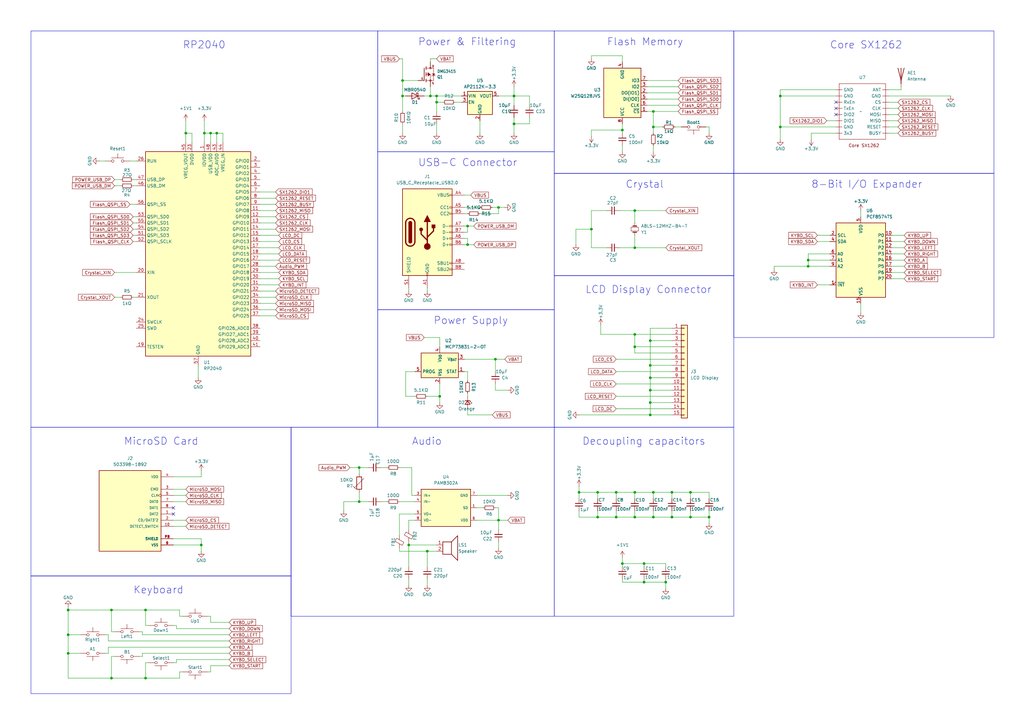
<source format=kicad_sch>
(kicad_sch (version 20230121) (generator eeschema)
  (paper "A3")
  (title_block (title "GameTiger Console") (date "2023-07-29") (comment 1 "http://www.technoblogy.com/show?3U75") (comment 2 "https://cdn.shopify.com/s/files/1/0174/1800/files/picosystem_schematic.pdf") (comment 3 "https://datasheets.raspberrypi.com/rp2040/hardware-design-with-rp2040.pdf") (comment 4 "Reference:"))
  (junction (at 267.97 45.72))
  (junction (at 255.27 231.14))
  (junction (at 76.2 54.61))
  (junction (at 165.1 33.02))
  (junction (at 83.82 54.61))
  (junction (at 210.82 39.37))
  (junction (at 147.32 191.77))
  (junction (at 260.35 212.09))
  (junction (at 267.97 201.93))
  (junction (at 260.35 101.6))
  (junction (at 86.36 54.61))
  (junction (at 242.57 93.98))
  (junction (at 175.26 226.06))
  (junction (at 180.34 162.56))
  (junction (at 59.69 250.19))
  (junction (at 245.11 201.93))
  (junction (at 176.53 39.37))
  (junction (at 88.9 54.61))
  (junction (at 331.47 109.22))
  (junction (at 267.97 212.09))
  (junction (at 260.35 137.16))
  (junction (at 320.04 39.37))
  (junction (at 165.1 39.37))
  (junction (at 290.83 212.09))
  (junction (at 264.16 231.14))
  (junction (at 264.16 238.76))
  (junction (at 260.35 201.93))
  (junction (at 179.07 41.91))
  (junction (at 237.49 201.93))
  (junction (at 273.05 238.76))
  (junction (at 266.7 139.7))
  (junction (at 204.47 213.36))
  (junction (at 210.82 50.8))
  (junction (at 275.59 212.09))
  (junction (at 260.35 86.36))
  (junction (at 331.47 106.68))
  (junction (at 147.32 205.74))
  (junction (at 167.64 223.52))
  (junction (at 283.21 201.93))
  (junction (at 59.69 278.13))
  (junction (at 260.35 142.24))
  (junction (at 266.7 160.02))
  (junction (at 266.7 170.18))
  (junction (at 27.94 260.35))
  (junction (at 27.94 250.19))
  (junction (at 255.27 53.34))
  (junction (at 267.97 52.07))
  (junction (at 266.7 154.94))
  (junction (at 45.72 250.19))
  (junction (at 275.59 201.93))
  (junction (at 27.94 267.97))
  (junction (at 191.77 92.71))
  (junction (at 320.04 52.07))
  (junction (at 266.7 165.1))
  (junction (at 191.77 100.33))
  (junction (at 252.73 212.09))
  (junction (at 82.55 223.52))
  (junction (at 283.21 212.09))
  (junction (at 204.47 85.09))
  (junction (at 252.73 201.93))
  (junction (at 179.07 39.37))
  (junction (at 45.72 278.13))
  (junction (at 203.2 147.32))
  (junction (at 266.7 149.86))
  (junction (at 245.11 212.09))
  (no_connect (at 71.12 208.28))
  (no_connect (at 342.9 44.45))
  (no_connect (at 342.9 41.91))
  (no_connect (at 71.12 210.82))
  (no_connect (at 342.9 46.99))
  (wire (pts (xy 283.21 209.55) (xy 283.21 212.09)))
  (wire (pts (xy 365.76 114.3) (xy 370.84 114.3)))
  (wire (pts (xy 242.57 86.36) (xy 248.92 86.36)))
  (wire (pts (xy 27.94 250.19) (xy 27.94 260.35)))
  (wire (pts (xy 210.82 50.8) (xy 217.17 50.8)))
  (wire (pts (xy 27.94 267.97) (xy 27.94 278.13)))
  (wire (pts (xy 203.2 208.28) (xy 204.47 208.28)))
  (wire (pts (xy 242.57 101.6) (xy 248.92 101.6)))
  (wire (pts (xy 260.35 201.93) (xy 267.97 201.93)))
  (wire (pts (xy 83.82 49.53) (xy 83.82 54.61)))
  (wire (pts (xy 163.83 210.82) (xy 163.83 219.71)))
  (wire (pts (xy 58.42 259.08) (xy 58.42 260.35)))
  (wire (pts (xy 365.76 109.22) (xy 370.84 109.22)))
  (wire (pts (xy 106.68 91.44) (xy 113.03 91.44)))
  (wire (pts (xy 260.35 144.78) (xy 260.35 142.24)))
  (wire (pts (xy 179.07 41.91) (xy 181.61 41.91)))
  (wire (pts (xy 275.59 212.09) (xy 283.21 212.09)))
  (wire (pts (xy 266.7 134.62) (xy 266.7 139.7)))
  (wire (pts (xy 171.45 33.02) (xy 165.1 33.02)))
  (wire (pts (xy 106.68 101.6) (xy 114.3 101.6)))
  (wire (pts (xy 81.28 149.86) (xy 81.28 154.94)))
  (wire (pts (xy 290.83 201.93) (xy 290.83 204.47)))
  (wire (pts (xy 58.42 269.24) (xy 58.42 267.97)))
  (wire (pts (xy 275.59 209.55) (xy 275.59 212.09)))
  (wire (pts (xy 255.27 59.69) (xy 255.27 62.23)))
  (wire (pts (xy 176.53 35.56) (xy 176.53 39.37)))
  (wire (pts (xy 201.93 170.18) (xy 191.77 170.18)))
  (wire (pts (xy 85.09 252.73) (xy 86.36 252.73)))
  (wire (pts (xy 82.55 223.52) (xy 82.55 226.06)))
  (wire (pts (xy 82.55 193.04) (xy 82.55 195.58)))
  (wire (pts (xy 71.12 220.98) (xy 82.55 220.98)))
  (wire (pts (xy 106.68 93.98) (xy 113.03 93.98)))
  (wire (pts (xy 173.99 39.37) (xy 176.53 39.37)))
  (wire (pts (xy 246.38 133.35) (xy 246.38 137.16)))
  (wire (pts (xy 86.36 54.61) (xy 88.9 54.61)))
  (wire (pts (xy 252.73 201.93) (xy 260.35 201.93)))
  (wire (pts (xy 88.9 54.61) (xy 88.9 58.42)))
  (wire (pts (xy 246.38 137.16) (xy 260.35 137.16)))
  (wire (pts (xy 147.32 191.77) (xy 151.13 191.77)))
  (wire (pts (xy 175.26 162.56) (xy 180.34 162.56)))
  (wire (pts (xy 255.27 22.86) (xy 255.27 25.4)))
  (wire (pts (xy 335.28 99.06) (xy 340.36 99.06)))
  (wire (pts (xy 254 101.6) (xy 260.35 101.6)))
  (wire (pts (xy 255.27 238.76) (xy 264.16 238.76)))
  (wire (pts (xy 255.27 53.34) (xy 255.27 54.61)))
  (wire (pts (xy 54.61 93.98) (xy 55.88 93.98)))
  (wire (pts (xy 237.49 204.47) (xy 237.49 201.93)))
  (wire (pts (xy 237.49 201.93) (xy 245.11 201.93)))
  (wire (pts (xy 156.21 205.74) (xy 158.75 205.74)))
  (wire (pts (xy 210.82 39.37) (xy 210.82 43.18)))
  (wire (pts (xy 369.57 36.83) (xy 364.49 36.83)))
  (wire (pts (xy 33.02 267.97) (xy 27.94 267.97)))
  (wire (pts (xy 320.04 36.83) (xy 320.04 39.37)))
  (wire (pts (xy 265.43 38.1) (xy 278.13 38.1)))
  (wire (pts (xy 267.97 52.07) (xy 267.97 54.61)))
  (wire (pts (xy 203.2 160.02) (xy 203.2 157.48)))
  (wire (pts (xy 242.57 22.86) (xy 255.27 22.86)))
  (wire (pts (xy 59.69 271.78) (xy 59.69 278.13)))
  (wire (pts (xy 54.61 73.66) (xy 55.88 73.66)))
  (wire (pts (xy 365.76 99.06) (xy 370.84 99.06)))
  (wire (pts (xy 190.5 85.09) (xy 196.85 85.09)))
  (wire (pts (xy 252.73 152.4) (xy 275.59 152.4)))
  (wire (pts (xy 204.47 213.36) (xy 204.47 217.17)))
  (wire (pts (xy 260.35 212.09) (xy 267.97 212.09)))
  (wire (pts (xy 53.34 83.82) (xy 55.88 83.82)))
  (wire (pts (xy 255.27 50.8) (xy 255.27 53.34)))
  (wire (pts (xy 186.69 41.91) (xy 189.23 41.91)))
  (wire (pts (xy 339.09 49.53) (xy 342.9 49.53)))
  (wire (pts (xy 190.5 152.4) (xy 191.77 152.4)))
  (wire (pts (xy 266.7 149.86) (xy 266.7 154.94)))
  (wire (pts (xy 179.07 24.13) (xy 176.53 24.13)))
  (wire (pts (xy 27.94 260.35) (xy 27.94 267.97)))
  (wire (pts (xy 82.55 220.98) (xy 82.55 223.52)))
  (wire (pts (xy 191.77 170.18) (xy 191.77 167.64)))
  (wire (pts (xy 283.21 201.93) (xy 290.83 201.93)))
  (wire (pts (xy 86.36 252.73) (xy 86.36 255.27)))
  (wire (pts (xy 276.86 52.07) (xy 279.4 52.07)))
  (wire (pts (xy 190.5 147.32) (xy 203.2 147.32)))
  (wire (pts (xy 266.7 139.7) (xy 266.7 149.86)))
  (wire (pts (xy 260.35 86.36) (xy 273.05 86.36)))
  (wire (pts (xy 290.83 209.55) (xy 290.83 212.09)))
  (wire (pts (xy 156.21 191.77) (xy 158.75 191.77)))
  (wire (pts (xy 58.42 260.35) (xy 93.98 260.35)))
  (wire (pts (xy 265.43 40.64) (xy 278.13 40.64)))
  (wire (pts (xy 190.5 100.33) (xy 191.77 100.33)))
  (wire (pts (xy 255.27 228.6) (xy 255.27 231.14)))
  (wire (pts (xy 71.12 271.78) (xy 72.39 271.78)))
  (wire (pts (xy 242.57 93.98) (xy 242.57 101.6)))
  (wire (pts (xy 364.49 46.99) (xy 368.3 46.99)))
  (wire (pts (xy 85.09 275.59) (xy 86.36 275.59)))
  (wire (pts (xy 260.35 101.6) (xy 273.05 101.6)))
  (wire (pts (xy 255.27 231.14) (xy 264.16 231.14)))
  (wire (pts (xy 320.04 52.07) (xy 320.04 57.15)))
  (wire (pts (xy 76.2 49.53) (xy 76.2 54.61)))
  (wire (pts (xy 106.68 88.9) (xy 113.03 88.9)))
  (wire (pts (xy 208.28 160.02) (xy 203.2 160.02)))
  (wire (pts (xy 167.64 213.36) (xy 167.64 217.17)))
  (wire (pts (xy 275.59 201.93) (xy 283.21 201.93)))
  (wire (pts (xy 283.21 201.93) (xy 283.21 204.47)))
  (wire (pts (xy 166.37 162.56) (xy 166.37 152.4)))
  (wire (pts (xy 175.26 237.49) (xy 175.26 240.03)))
  (wire (pts (xy 369.57 35.56) (xy 369.57 36.83)))
  (wire (pts (xy 266.7 170.18) (xy 275.59 170.18)))
  (wire (pts (xy 273.05 231.14) (xy 273.05 232.41)))
  (wire (pts (xy 163.83 205.74) (xy 170.18 205.74)))
  (wire (pts (xy 204.47 222.25) (xy 204.47 224.79)))
  (wire (pts (xy 106.68 129.54) (xy 113.03 129.54)))
  (wire (pts (xy 71.12 213.36) (xy 76.2 213.36)))
  (wire (pts (xy 54.61 121.92) (xy 55.88 121.92)))
  (wire (pts (xy 245.11 209.55) (xy 245.11 212.09)))
  (wire (pts (xy 54.61 99.06) (xy 55.88 99.06)))
  (wire (pts (xy 165.1 39.37) (xy 166.37 39.37)))
  (wire (pts (xy 260.35 137.16) (xy 260.35 142.24)))
  (wire (pts (xy 165.1 33.02) (xy 165.1 39.37)))
  (wire (pts (xy 73.66 275.59) (xy 74.93 275.59)))
  (wire (pts (xy 176.53 39.37) (xy 179.07 39.37)))
  (wire (pts (xy 88.9 54.61) (xy 91.44 54.61)))
  (wire (pts (xy 317.5 109.22) (xy 317.5 110.49)))
  (wire (pts (xy 195.58 203.2) (xy 208.28 203.2)))
  (wire (pts (xy 273.05 238.76) (xy 273.05 241.3)))
  (wire (pts (xy 237.49 199.39) (xy 237.49 201.93)))
  (wire (pts (xy 78.74 58.42) (xy 78.74 54.61)))
  (wire (pts (xy 163.83 24.13) (xy 165.1 24.13)))
  (wire (pts (xy 191.77 162.56) (xy 191.77 161.29)))
  (wire (pts (xy 252.73 167.64) (xy 275.59 167.64)))
  (wire (pts (xy 46.99 73.66) (xy 49.53 73.66)))
  (wire (pts (xy 71.12 256.54) (xy 72.39 256.54)))
  (wire (pts (xy 57.15 259.08) (xy 58.42 259.08)))
  (wire (pts (xy 210.82 35.56) (xy 210.82 39.37)))
  (wire (pts (xy 236.22 100.33) (xy 236.22 93.98)))
  (wire (pts (xy 267.97 59.69) (xy 267.97 62.23)))
  (wire (pts (xy 180.34 157.48) (xy 180.34 162.56)))
  (wire (pts (xy 165.1 50.8) (xy 165.1 54.61)))
  (wire (pts (xy 237.49 170.18) (xy 266.7 170.18)))
  (wire (pts (xy 167.64 223.52) (xy 167.64 222.25)))
  (wire (pts (xy 45.72 250.19) (xy 59.69 250.19)))
  (wire (pts (xy 204.47 208.28) (xy 204.47 213.36)))
  (wire (pts (xy 190.5 80.01) (xy 193.04 80.01)))
  (wire (pts (xy 217.17 48.26) (xy 217.17 50.8)))
  (wire (pts (xy 254 86.36) (xy 260.35 86.36)))
  (wire (pts (xy 264.16 231.14) (xy 273.05 231.14)))
  (wire (pts (xy 83.82 54.61) (xy 86.36 54.61)))
  (wire (pts (xy 91.44 58.42) (xy 91.44 54.61)))
  (wire (pts (xy 267.97 212.09) (xy 275.59 212.09)))
  (wire (pts (xy 71.12 205.74) (xy 76.2 205.74)))
  (wire (pts (xy 275.59 139.7) (xy 266.7 139.7)))
  (wire (pts (xy 210.82 39.37) (xy 217.17 39.37)))
  (wire (pts (xy 106.68 119.38) (xy 113.03 119.38)))
  (wire (pts (xy 27.94 248.92) (xy 27.94 250.19)))
  (wire (pts (xy 168.91 203.2) (xy 168.91 191.77)))
  (wire (pts (xy 317.5 109.22) (xy 331.47 109.22)))
  (wire (pts (xy 255.27 232.41) (xy 255.27 231.14)))
  (wire (pts (xy 252.73 162.56) (xy 275.59 162.56)))
  (wire (pts (xy 203.2 147.32) (xy 203.2 152.4)))
  (wire (pts (xy 204.47 85.09) (xy 204.47 87.63)))
  (wire (pts (xy 190.5 97.79) (xy 191.77 97.79)))
  (wire (pts (xy 237.49 209.55) (xy 237.49 212.09)))
  (wire (pts (xy 365.76 101.6) (xy 370.84 101.6)))
  (wire (pts (xy 54.61 76.2) (xy 55.88 76.2)))
  (wire (pts (xy 54.61 88.9) (xy 55.88 88.9)))
  (wire (pts (xy 364.49 41.91) (xy 368.3 41.91)))
  (wire (pts (xy 331.47 106.68) (xy 331.47 109.22)))
  (wire (pts (xy 275.59 201.93) (xy 275.59 204.47)))
  (wire (pts (xy 43.18 260.35) (xy 44.45 260.35)))
  (wire (pts (xy 163.83 191.77) (xy 168.91 191.77)))
  (wire (pts (xy 82.55 195.58) (xy 71.12 195.58)))
  (wire (pts (xy 275.59 149.86) (xy 266.7 149.86)))
  (wire (pts (xy 179.07 50.8) (xy 179.07 54.61)))
  (wire (pts (xy 167.64 223.52) (xy 179.07 223.52)))
  (wire (pts (xy 191.77 152.4) (xy 191.77 156.21)))
  (wire (pts (xy 196.85 54.61) (xy 196.85 49.53)))
  (wire (pts (xy 45.72 269.24) (xy 46.99 269.24)))
  (wire (pts (xy 332.74 54.61) (xy 332.74 57.15)))
  (wire (pts (xy 340.36 106.68) (xy 331.47 106.68)))
  (wire (pts (xy 73.66 278.13) (xy 73.66 275.59)))
  (wire (pts (xy 57.15 269.24) (xy 58.42 269.24)))
  (wire (pts (xy 204.47 85.09) (xy 207.01 85.09)))
  (wire (pts (xy 46.99 76.2) (xy 49.53 76.2)))
  (wire (pts (xy 242.57 53.34) (xy 242.57 55.88)))
  (wire (pts (xy 73.66 252.73) (xy 74.93 252.73)))
  (wire (pts (xy 46.99 111.76) (xy 55.88 111.76)))
  (wire (pts (xy 44.45 267.97) (xy 44.45 265.43)))
  (wire (pts (xy 266.7 154.94) (xy 266.7 160.02)))
  (wire (pts (xy 179.07 39.37) (xy 179.07 41.91)))
  (wire (pts (xy 59.69 250.19) (xy 73.66 250.19)))
  (wire (pts (xy 275.59 137.16) (xy 260.35 137.16)))
  (wire (pts (xy 59.69 256.54) (xy 60.96 256.54)))
  (wire (pts (xy 86.36 255.27) (xy 93.98 255.27)))
  (wire (pts (xy 190.5 87.63) (xy 191.77 87.63)))
  (wire (pts (xy 242.57 86.36) (xy 242.57 93.98)))
  (wire (pts (xy 43.18 267.97) (xy 44.45 267.97)))
  (wire (pts (xy 267.97 45.72) (xy 267.97 52.07)))
  (wire (pts (xy 217.17 39.37) (xy 217.17 43.18)))
  (wire (pts (xy 320.04 39.37) (xy 320.04 52.07)))
  (wire (pts (xy 147.32 205.74) (xy 151.13 205.74)))
  (wire (pts (xy 196.85 87.63) (xy 204.47 87.63)))
  (wire (pts (xy 252.73 157.48) (xy 275.59 157.48)))
  (wire (pts (xy 147.32 191.77) (xy 147.32 194.31)))
  (wire (pts (xy 106.68 106.68) (xy 114.3 106.68)))
  (wire (pts (xy 86.36 275.59) (xy 86.36 273.05)))
  (wire (pts (xy 27.94 250.19) (xy 45.72 250.19)))
  (wire (pts (xy 189.23 39.37) (xy 179.07 39.37)))
  (wire (pts (xy 267.97 201.93) (xy 275.59 201.93)))
  (wire (pts (xy 245.11 201.93) (xy 252.73 201.93)))
  (wire (pts (xy 44.45 262.89) (xy 93.98 262.89)))
  (wire (pts (xy 260.35 209.55) (xy 260.35 212.09)))
  (wire (pts (xy 273.05 237.49) (xy 273.05 238.76)))
  (wire (pts (xy 365.76 104.14) (xy 370.84 104.14)))
  (wire (pts (xy 167.64 223.52) (xy 167.64 232.41)))
  (wire (pts (xy 175.26 226.06) (xy 175.26 232.41)))
  (wire (pts (xy 180.34 162.56) (xy 180.34 165.1)))
  (wire (pts (xy 176.53 24.13) (xy 176.53 25.4)))
  (wire (pts (xy 59.69 250.19) (xy 59.69 256.54)))
  (wire (pts (xy 195.58 213.36) (xy 204.47 213.36)))
  (wire (pts (xy 40.64 66.04) (xy 43.18 66.04)))
  (wire (pts (xy 191.77 92.71) (xy 194.31 92.71)))
  (wire (pts (xy 320.04 52.07) (xy 342.9 52.07)))
  (wire (pts (xy 204.47 39.37) (xy 210.82 39.37)))
  (wire (pts (xy 33.02 260.35) (xy 27.94 260.35)))
  (wire (pts (xy 242.57 22.86) (xy 242.57 24.13)))
  (wire (pts (xy 265.43 33.02) (xy 278.13 33.02)))
  (wire (pts (xy 163.83 226.06) (xy 175.26 226.06)))
  (wire (pts (xy 106.68 114.3) (xy 114.3 114.3)))
  (wire (pts (xy 191.77 100.33) (xy 194.31 100.33)))
  (wire (pts (xy 195.58 208.28) (xy 198.12 208.28)))
  (wire (pts (xy 335.28 96.52) (xy 340.36 96.52)))
  (wire (pts (xy 364.49 44.45) (xy 368.3 44.45)))
  (wire (pts (xy 265.43 45.72) (xy 267.97 45.72)))
  (wire (pts (xy 106.68 81.28) (xy 113.03 81.28)))
  (wire (pts (xy 260.35 201.93) (xy 260.35 204.47)))
  (wire (pts (xy 106.68 124.46) (xy 113.03 124.46)))
  (wire (pts (xy 72.39 257.81) (xy 93.98 257.81)))
  (wire (pts (xy 260.35 142.24) (xy 275.59 142.24)))
  (wire (pts (xy 44.45 265.43) (xy 93.98 265.43)))
  (wire (pts (xy 203.2 147.32) (xy 207.01 147.32)))
  (wire (pts (xy 175.26 226.06) (xy 179.07 226.06)))
  (wire (pts (xy 72.39 271.78) (xy 72.39 270.51)))
  (wire (pts (xy 54.61 96.52) (xy 55.88 96.52)))
  (wire (pts (xy 72.39 256.54) (xy 72.39 257.81)))
  (wire (pts (xy 260.35 86.36) (xy 260.35 91.44)))
  (wire (pts (xy 237.49 212.09) (xy 245.11 212.09)))
  (wire (pts (xy 86.36 54.61) (xy 86.36 58.42)))
  (wire (pts (xy 267.97 201.93) (xy 267.97 204.47)))
  (wire (pts (xy 78.74 54.61) (xy 76.2 54.61)))
  (wire (pts (xy 340.36 109.22) (xy 331.47 109.22)))
  (wire (pts (xy 106.68 127) (xy 113.03 127)))
  (wire (pts (xy 364.49 54.61) (xy 368.3 54.61)))
  (wire (pts (xy 106.68 96.52) (xy 114.3 96.52)))
  (wire (pts (xy 275.59 160.02) (xy 266.7 160.02)))
  (wire (pts (xy 106.68 111.76) (xy 114.3 111.76)))
  (wire (pts (xy 106.68 104.14) (xy 114.3 104.14)))
  (wire (pts (xy 59.69 278.13) (xy 73.66 278.13)))
  (wire (pts (xy 45.72 250.19) (xy 45.72 259.08)))
  (wire (pts (xy 266.7 160.02) (xy 266.7 165.1)))
  (wire (pts (xy 290.83 52.07) (xy 289.56 52.07)))
  (wire (pts (xy 72.39 270.51) (xy 93.98 270.51)))
  (wire (pts (xy 71.12 203.2) (xy 76.2 203.2)))
  (wire (pts (xy 173.99 138.43) (xy 180.34 138.43)))
  (wire (pts (xy 283.21 212.09) (xy 290.83 212.09)))
  (wire (pts (xy 252.73 201.93) (xy 252.73 204.47)))
  (wire (pts (xy 170.18 162.56) (xy 166.37 162.56)))
  (wire (pts (xy 106.68 116.84) (xy 114.3 116.84)))
  (wire (pts (xy 245.11 212.09) (xy 252.73 212.09)))
  (wire (pts (xy 180.34 138.43) (xy 180.34 142.24)))
  (wire (pts (xy 44.45 260.35) (xy 44.45 262.89)))
  (wire (pts (xy 71.12 200.66) (xy 76.2 200.66)))
  (wire (pts (xy 265.43 35.56) (xy 278.13 35.56)))
  (wire (pts (xy 71.12 223.52) (xy 82.55 223.52)))
  (wire (pts (xy 252.73 212.09) (xy 260.35 212.09)))
  (wire (pts (xy 201.93 85.09) (xy 204.47 85.09)))
  (wire (pts (xy 71.12 215.9) (xy 76.2 215.9)))
  (wire (pts (xy 106.68 78.74) (xy 113.03 78.74)))
  (wire (pts (xy 54.61 91.44) (xy 55.88 91.44)))
  (wire (pts (xy 165.1 39.37) (xy 165.1 45.72)))
  (wire (pts (xy 245.11 201.93) (xy 245.11 204.47)))
  (wire (pts (xy 365.76 96.52) (xy 370.84 96.52)))
  (wire (pts (xy 191.77 97.79) (xy 191.77 100.33)))
  (wire (pts (xy 113.03 121.92) (xy 106.68 121.92)))
  (wire (pts (xy 275.59 134.62) (xy 266.7 134.62)))
  (wire (pts (xy 53.34 66.04) (xy 55.88 66.04)))
  (wire (pts (xy 210.82 48.26) (xy 210.82 50.8)))
  (wire (pts (xy 267.97 209.55) (xy 267.97 212.09)))
  (wire (pts (xy 342.9 54.61) (xy 332.74 54.61)))
  (wire (pts (xy 58.42 267.97) (xy 93.98 267.97)))
  (wire (pts (xy 290.83 54.61) (xy 290.83 52.07)))
  (wire (pts (xy 252.73 147.32) (xy 275.59 147.32)))
  (wire (pts (xy 365.76 106.68) (xy 370.84 106.68)))
  (wire (pts (xy 275.59 165.1) (xy 266.7 165.1)))
  (wire (pts (xy 46.99 121.92) (xy 49.53 121.92)))
  (wire (pts (xy 73.66 250.19) (xy 73.66 252.73)))
  (wire (pts (xy 210.82 50.8) (xy 210.82 54.61)))
  (wire (pts (xy 143.51 191.77) (xy 147.32 191.77)))
  (wire (pts (xy 45.72 259.08) (xy 46.99 259.08)))
  (wire (pts (xy 167.64 118.11) (xy 167.64 119.38)))
  (wire (pts (xy 106.68 99.06) (xy 114.3 99.06)))
  (wire (pts (xy 275.59 144.78) (xy 260.35 144.78)))
  (wire (pts (xy 170.18 203.2) (xy 168.91 203.2)))
  (wire (pts (xy 260.35 96.52) (xy 260.35 101.6)))
  (wire (pts (xy 190.5 92.71) (xy 191.77 92.71)))
  (wire (pts (xy 106.68 83.82) (xy 113.03 83.82)))
  (wire (pts (xy 331.47 104.14) (xy 331.47 106.68)))
  (wire (pts (xy 364.49 39.37) (xy 389.89 39.37)))
  (wire (pts (xy 266.7 165.1) (xy 266.7 170.18)))
  (wire (pts (xy 273.05 238.76) (xy 264.16 238.76)))
  (wire (pts (xy 45.72 269.24) (xy 45.72 278.13)))
  (wire (pts (xy 166.37 152.4) (xy 170.18 152.4)))
  (wire (pts (xy 265.43 43.18) (xy 278.13 43.18)))
  (wire (pts (xy 320.04 36.83) (xy 342.9 36.83)))
  (wire (pts (xy 86.36 273.05) (xy 93.98 273.05)))
  (wire (pts (xy 252.73 209.55) (xy 252.73 212.09)))
  (wire (pts (xy 140.97 205.74) (xy 140.97 209.55)))
  (wire (pts (xy 163.83 224.79) (xy 163.83 226.06)))
  (wire (pts (xy 364.49 52.07) (xy 368.3 52.07)))
  (wire (pts (xy 45.72 278.13) (xy 59.69 278.13)))
  (wire (pts (xy 167.64 237.49) (xy 167.64 240.03)))
  (wire (pts (xy 365.76 111.76) (xy 370.84 111.76)))
  (wire (pts (xy 275.59 154.94) (xy 266.7 154.94)))
  (wire (pts (xy 27.94 278.13) (xy 45.72 278.13)))
  (wire (pts (xy 335.28 116.84) (xy 340.36 116.84)))
  (wire (pts (xy 163.83 210.82) (xy 170.18 210.82)))
  (wire (pts (xy 353.06 124.46) (xy 353.06 128.27)))
  (wire (pts (xy 320.04 39.37) (xy 342.9 39.37)))
  (wire (pts (xy 147.32 201.93) (xy 147.32 205.74)))
  (wire (pts (xy 76.2 54.61) (xy 76.2 58.42)))
  (wire (pts (xy 264.16 237.49) (xy 264.16 238.76)))
  (wire (pts (xy 264.16 231.14) (xy 264.16 232.41)))
  (wire (pts (xy 290.83 212.09) (xy 290.83 214.63)))
  (wire (pts (xy 175.26 118.11) (xy 175.26 119.38)))
  (wire (pts (xy 106.68 86.36) (xy 113.03 86.36)))
  (wire (pts (xy 236.22 93.98) (xy 242.57 93.98)))
  (wire (pts (xy 83.82 58.42) (xy 83.82 54.61)))
  (wire (pts (xy 106.68 109.22) (xy 113.03 109.22)))
  (wire (pts (xy 170.18 213.36) (xy 167.64 213.36)))
  (wire (pts (xy 191.77 95.25) (xy 191.77 92.71)))
  (wire (pts (xy 353.06 86.36) (xy 353.06 88.9)))
  (wire (pts (xy 59.69 271.78) (xy 60.96 271.78)))
  (wire (pts (xy 364.49 49.53) (xy 368.3 49.53)))
  (wire (pts (xy 140.97 205.74) (xy 147.32 205.74)))
  (wire (pts (xy 255.27 237.49) (xy 255.27 238.76)))
  (wire (pts (xy 190.5 95.25) (xy 191.77 95.25)))
  (wire (pts (xy 340.36 104.14) (xy 331.47 104.14)))
  (wire (pts (xy 165.1 24.13) (xy 165.1 33.02)))
  (wire (pts (xy 204.47 213.36) (xy 208.28 213.36)))
  (wire (pts (xy 267.97 52.07) (xy 271.78 52.07)))
  (wire (pts (xy 242.57 53.34) (xy 255.27 53.34)))
  (wire (pts (xy 267.97 45.72) (xy 278.13 45.72)))
  (wire (pts (xy 179.07 41.91) (xy 179.07 45.72)))
  (rectangle (start 12.7 12.7) (end 154.94 175.26))
  (rectangle (start 227.33 113.03) (end 300.99 175.26))
  (rectangle (start 227.33 71.12) (end 300.99 113.03))
  (rectangle (start 154.94 12.7) (end 227.33 62.23))
  (rectangle (start 227.33 12.7) (end 300.99 71.12))
  (rectangle (start 227.33 175.26) (end 300.99 252.73))
  (rectangle (start 300.99 12.7) (end 407.67 71.12))
  (rectangle (start 300.99 71.12) (end 407.67 138.43))
  (rectangle (start 154.94 127) (end 227.33 175.26))
  (rectangle (start 154.94 62.23) (end 227.33 127))
  (rectangle (start 12.7 175.26) (end 119.38 236.22))
  (rectangle (start 12.7 236.22) (end 119.38 284.48))
  (rectangle (start 119.38 175.26) (end 227.33 252.73))
  (text "Audio" (at 168.91 182.88 0) (effects (font (size 3 3)) (justify left bottom)))
  (text "RP2040" (at 74.93 20.32 0) (effects (font (size 3 3)) (justify left bottom)))
  (text "Keyboard" (at 54.61 243.84 0) (effects (font (size 3 3)) (justify left bottom)))
  (text "8-Bit I/O Expander" (at 332.74 77.47 0) (effects (font (size 3 3)) (justify left bottom)))
  (text "Decoupling capacitors" (at 238.76 182.88 0) (effects (font (size 3 3)) (justify left bottom)))
  (text "MicroSD Card" (at 50.8 182.88 0) (effects (font (size 3 3)) (justify left bottom)))
  (text "Power Supply" (at 177.8 133.35 0) (effects (font (size 3 3)) (justify left bottom)))
  (text "LCD Display Connector" (at 240.03 120.65 0) (effects (font (size 3 3)) (justify left bottom)))
  (text "Power & Filtering" (at 171.45 19.05 0) (effects (font (size 3 3)) (justify left bottom)))
  (text "Crystal" (at 256.54 77.47 0) (effects (font (size 3 3)) (justify left bottom)))
  (text "Core SX1262" (at 340.36 20.32 0) (effects (font (size 3 3)) (justify left bottom)))
  (text "Flash Memory" (at 248.92 19.05 0) (effects (font (size 3 3)) (justify left bottom)))
  (text "USB-C Connector" (at 171.45 68.58 0) (effects (font (size 3 3)) (justify left bottom)))
  (global_label "SX1262_RESET" (shape input) (at 113.03 81.28 0) (property "Intersheetrefs" "${INTERSHEET_REFS}" (effects hide)))
  (global_label "Crystal_XIN" (shape input) (at 46.99 111.76 180) (property "Intersheetrefs" "${INTERSHEET_REFS}" (effects hide)))
  (global_label "Crystal_XOUT" (shape input) (at 46.99 121.92 180) (property "Intersheetrefs" "${INTERSHEET_REFS}" (effects hide)))
  (global_label "Flash_QSPI_SD3" (shape input) (at 54.61 96.52 180) (property "Intersheetrefs" "${INTERSHEET_REFS}" (effects hide)))
  (global_label "KYBD_INT" (shape input) (at 114.3 116.84 0) (property "Intersheetrefs" "${INTERSHEET_REFS}" (effects hide)))
  (global_label "Flash_QSPI_SD2" (shape input) (at 278.13 35.56 0) (property "Intersheetrefs" "${INTERSHEET_REFS}" (effects hide)))
  (global_label "KYBD_INT" (shape input) (at 335.28 116.84 180) (property "Intersheetrefs" "${INTERSHEET_REFS}" (effects hide)))
  (global_label "KYBD_SELECT" (shape input) (at 370.84 111.76 0) (property "Intersheetrefs" "${INTERSHEET_REFS}" (effects hide)))
  (global_label "POWER_USB_DM" (shape input) (at 194.31 92.71 0) (property "Intersheetrefs" "${INTERSHEET_REFS}" (effects hide)))
  (global_label "VBUS" (shape input) (at 173.99 138.43 180) (property "Intersheetrefs" "${INTERSHEET_REFS}" (effects hide)))
  (global_label "Flash_QSPI_CLK" (shape input) (at 278.13 43.18 0) (property "Intersheetrefs" "${INTERSHEET_REFS}" (effects hide)))
  (global_label "Flash_QSPI_SS" (shape input) (at 278.13 45.72 0) (property "Intersheetrefs" "${INTERSHEET_REFS}" (effects hide)))
  (global_label "LCD_RESET" (shape input) (at 114.3 106.68 0) (property "Intersheetrefs" "${INTERSHEET_REFS}" (effects hide)))
  (global_label "LCD_CLK" (shape input) (at 252.73 157.48 180) (property "Intersheetrefs" "${INTERSHEET_REFS}" (effects hide)))
  (global_label "VBUS" (shape input) (at 163.83 24.13 180) (property "Intersheetrefs" "${INTERSHEET_REFS}" (effects hide)))
  (global_label "SX1262_MOSI" (shape input) (at 113.03 93.98 0) (property "Intersheetrefs" "${INTERSHEET_REFS}" (effects hide)))
  (global_label "KYBD_UP" (shape input) (at 370.84 96.52 0) (property "Intersheetrefs" "${INTERSHEET_REFS}" (effects hide)))
  (global_label "KYBD_B" (shape input) (at 370.84 109.22 0) (property "Intersheetrefs" "${INTERSHEET_REFS}" (effects hide)))
  (global_label "KYBD_UP" (shape input) (at 93.98 255.27 0) (property "Intersheetrefs" "${INTERSHEET_REFS}" (effects hide)))
  (global_label "KYBD_SCL" (shape input) (at 335.28 96.52 180) (property "Intersheetrefs" "${INTERSHEET_REFS}" (effects hide)))
  (global_label "POWER_USB_DP" (shape input) (at 194.31 100.33 0) (property "Intersheetrefs" "${INTERSHEET_REFS}" (effects hide)))
  (global_label "Audio_PWM" (shape input) (at 143.51 191.77 180) (property "Intersheetrefs" "${INTERSHEET_REFS}" (effects hide)))
  (global_label "SX1262_MISO" (shape input) (at 113.03 86.36 0) (property "Intersheetrefs" "${INTERSHEET_REFS}" (effects hide)))
  (global_label "LCD_RESET" (shape input) (at 252.73 162.56 180) (property "Intersheetrefs" "${INTERSHEET_REFS}" (effects hide)))
  (global_label "SX1262_BUSY" (shape input) (at 113.03 83.82 0) (property "Intersheetrefs" "${INTERSHEET_REFS}" (effects hide)))
  (global_label "KYBD_LEFT" (shape input) (at 93.98 260.35 0) (property "Intersheetrefs" "${INTERSHEET_REFS}" (effects hide)))
  (global_label "KYBD_RIGHT" (shape input) (at 93.98 262.89 0) (property "Intersheetrefs" "${INTERSHEET_REFS}" (effects hide)))
  (global_label "Audio_PWM" (shape input) (at 113.03 109.22 0) (property "Intersheetrefs" "${INTERSHEET_REFS}" (effects hide)))
  (global_label "MicroSD_CS" (shape input) (at 76.2 213.36 0) (property "Intersheetrefs" "${INTERSHEET_REFS}" (effects hide)))
  (global_label "KYBD_DOWN" (shape input) (at 370.84 99.06 0) (property "Intersheetrefs" "${INTERSHEET_REFS}" (effects hide)))
  (global_label "KYBD_SELECT" (shape input) (at 93.98 270.51 0) (property "Intersheetrefs" "${INTERSHEET_REFS}" (effects hide)))
  (global_label "SX1262_DIO1" (shape input) (at 339.09 49.53 180) (property "Intersheetrefs" "${INTERSHEET_REFS}" (effects hide)))
  (global_label "SX1262_CS" (shape input) (at 368.3 41.91 0) (property "Intersheetrefs" "${INTERSHEET_REFS}" (effects hide)))
  (global_label "POWER_USB_DM" (shape input) (at 46.99 76.2 180) (property "Intersheetrefs" "${INTERSHEET_REFS}" (effects hide)))
  (global_label "MicroSD_MOSI" (shape input) (at 76.2 200.66 0) (property "Intersheetrefs" "${INTERSHEET_REFS}" (effects hide)))
  (global_label "VBUS" (shape input) (at 193.04 80.01 0) (property "Intersheetrefs" "${INTERSHEET_REFS}" (effects hide)))
  (global_label "VBAT" (shape input) (at 208.28 213.36 0) (property "Intersheetrefs" "${INTERSHEET_REFS}" (effects hide)))
  (global_label "KYBD_LEFT" (shape input) (at 370.84 101.6 0) (property "Intersheetrefs" "${INTERSHEET_REFS}" (effects hide)))
  (global_label "VBAT" (shape input) (at 179.07 24.13 0) (property "Intersheetrefs" "${INTERSHEET_REFS}" (effects hide)))
  (global_label "LCD_CS" (shape input) (at 114.3 99.06 0) (property "Intersheetrefs" "${INTERSHEET_REFS}" (effects hide)))
  (global_label "Flash_QSPI_SD0" (shape input) (at 278.13 40.64 0) (property "Intersheetrefs" "${INTERSHEET_REFS}" (effects hide)))
  (global_label "LCD_CLK" (shape input) (at 114.3 101.6 0) (property "Intersheetrefs" "${INTERSHEET_REFS}" (effects hide)))
  (global_label "Flash_QSPI_CLK" (shape input) (at 54.61 99.06 180) (property "Intersheetrefs" "${INTERSHEET_REFS}" (effects hide)))
  (global_label "MicroSD_MISO" (shape input) (at 113.03 124.46 0) (property "Intersheetrefs" "${INTERSHEET_REFS}" (effects hide)))
  (global_label "SX1262_MOSI" (shape input) (at 368.3 46.99 0) (property "Intersheetrefs" "${INTERSHEET_REFS}" (effects hide)))
  (global_label "POWER_USB_DP" (shape input) (at 46.99 73.66 180) (property "Intersheetrefs" "${INTERSHEET_REFS}" (effects hide)))
  (global_label "SX1262_BUSY" (shape input) (at 368.3 54.61 0) (property "Intersheetrefs" "${INTERSHEET_REFS}" (effects hide)))
  (global_label "KYBD_START" (shape input) (at 93.98 273.05 0) (property "Intersheetrefs" "${INTERSHEET_REFS}" (effects hide)))
  (global_label "Flash_QSPI_SD1" (shape input) (at 278.13 38.1 0) (property "Intersheetrefs" "${INTERSHEET_REFS}" (effects hide)))
  (global_label "KYBD_DOWN" (shape input) (at 93.98 257.81 0) (property "Intersheetrefs" "${INTERSHEET_REFS}" (effects hide)))
  (global_label "KYBD_SDA" (shape input) (at 335.28 99.06 180) (property "Intersheetrefs" "${INTERSHEET_REFS}" (effects hide)))
  (global_label "Crystal_XOUT" (shape input) (at 273.05 101.6 0) (property "Intersheetrefs" "${INTERSHEET_REFS}" (effects hide)))
  (global_label "MicroSD_CS" (shape input) (at 113.03 129.54 0) (property "Intersheetrefs" "${INTERSHEET_REFS}" (effects hide)))
  (global_label "LCD_DC" (shape input) (at 114.3 96.52 0) (property "Intersheetrefs" "${INTERSHEET_REFS}" (effects hide)))
  (global_label "SX1262_CLK" (shape input) (at 368.3 44.45 0) (property "Intersheetrefs" "${INTERSHEET_REFS}" (effects hide)))
  (global_label "LCD_DC" (shape input) (at 252.73 167.64 180) (property "Intersheetrefs" "${INTERSHEET_REFS}" (effects hide)))
  (global_label "Flash_QSPI_SS" (shape input) (at 53.34 83.82 180) (property "Intersheetrefs" "${INTERSHEET_REFS}" (effects hide)))
  (global_label "KYBD_START" (shape input) (at 370.84 114.3 0) (property "Intersheetrefs" "${INTERSHEET_REFS}" (effects hide)))
  (global_label "KYBD_RIGHT" (shape input) (at 370.84 104.14 0) (property "Intersheetrefs" "${INTERSHEET_REFS}" (effects hide)))
  (global_label "Flash_QSPI_SD0" (shape input) (at 54.61 88.9 180) (property "Intersheetrefs" "${INTERSHEET_REFS}" (effects hide)))
  (global_label "SX1262_CLK" (shape input) (at 113.03 91.44 0) (property "Intersheetrefs" "${INTERSHEET_REFS}" (effects hide)))
  (global_label "KYBD_A" (shape input) (at 93.98 265.43 0) (property "Intersheetrefs" "${INTERSHEET_REFS}" (effects hide)))
  (global_label "SX1262_CS" (shape input) (at 113.03 88.9 0) (property "Intersheetrefs" "${INTERSHEET_REFS}" (effects hide)))
  (global_label "LCD_DATA" (shape input) (at 252.73 152.4 180) (property "Intersheetrefs" "${INTERSHEET_REFS}" (effects hide)))
  (global_label "SX1262_MISO" (shape input) (at 368.3 49.53 0) (property "Intersheetrefs" "${INTERSHEET_REFS}" (effects hide)))
  (global_label "SX1262_DIO1" (shape input) (at 113.03 78.74 0) (property "Intersheetrefs" "${INTERSHEET_REFS}" (effects hide)))
  (global_label "Flash_QSPI_SD2" (shape input) (at 54.61 93.98 180) (property "Intersheetrefs" "${INTERSHEET_REFS}" (effects hide)))
  (global_label "MicroSD_DETECT" (shape input) (at 113.03 119.38 0) (property "Intersheetrefs" "${INTERSHEET_REFS}" (effects hide)))
  (global_label "Flash_QSPI_SD1" (shape input) (at 54.61 91.44 180) (property "Intersheetrefs" "${INTERSHEET_REFS}" (effects hide)))
  (global_label "VBAT" (shape input) (at 207.01 147.32 0) (property "Intersheetrefs" "${INTERSHEET_REFS}" (effects hide)))
  (global_label "MicroSD_DETECT" (shape input) (at 76.2 215.9 0) (property "Intersheetrefs" "${INTERSHEET_REFS}" (effects hide)))
  (global_label "KYBD_B" (shape input) (at 93.98 267.97 0) (property "Intersheetrefs" "${INTERSHEET_REFS}" (effects hide)))
  (global_label "MicroSD_MISO" (shape input) (at 76.2 205.74 0) (property "Intersheetrefs" "${INTERSHEET_REFS}" (effects hide)))
  (global_label "MicroSD_MOSI" (shape input) (at 113.03 127 0) (property "Intersheetrefs" "${INTERSHEET_REFS}" (effects hide)))
  (global_label "KYBD_A" (shape input) (at 370.84 106.68 0) (property "Intersheetrefs" "${INTERSHEET_REFS}" (effects hide)))
  (global_label "Crystal_XIN" (shape input) (at 273.05 86.36 0) (property "Intersheetrefs" "${INTERSHEET_REFS}" (effects hide)))
  (global_label "Flash_QSPI_SD3" (shape input) (at 278.13 33.02 0) (property "Intersheetrefs" "${INTERSHEET_REFS}" (effects hide)))
  (global_label "KYBD_SCL" (shape input) (at 114.3 114.3 0) (property "Intersheetrefs" "${INTERSHEET_REFS}" (effects hide)))
  (global_label "VBUS" (shape input) (at 201.93 170.18 0) (property "Intersheetrefs" "${INTERSHEET_REFS}" (effects hide)))
  (global_label "KYBD_SDA" (shape input) (at 114.3 111.76 0) (property "Intersheetrefs" "${INTERSHEET_REFS}" (effects hide)))
  (global_label "LCD_DATA" (shape input) (at 114.3 104.14 0) (property "Intersheetrefs" "${INTERSHEET_REFS}" (effects hide)))
  (global_label "MicroSD_CLK" (shape input) (at 76.2 203.2 0) (property "Intersheetrefs" "${INTERSHEET_REFS}" (effects hide)))
  (global_label "MicroSD_CLK" (shape input) (at 113.03 121.92 0) (property "Intersheetrefs" "${INTERSHEET_REFS}" (effects hide)))
  (global_label "SX1262_RESET" (shape input) (at 368.3 52.07 0) (property "Intersheetrefs" "${INTERSHEET_REFS}" (effects hide)))
  (global_label "LCD_CS" (shape input) (at 252.73 147.32 180) (property "Intersheetrefs" "${INTERSHEET_REFS}" (effects hide)))
  (symbol (lib_id "Device:R_Small") (at 52.07 121.92 270) (unit 1)
    (property "Reference" "R5" (at 52.07 119.38 90))
    (property "Value" "1kΩ" (at 52.07 124.46 90))
    (property "Footprint" "Resistor_SMD:R_0402_1005Metric" (effects hide))
  )
  (symbol (lib_id "power:GND") (at 180.34 165.1 0) (unit 1)
    (property "Reference" "#PWR021" (effects hide))
    (property "Value" "GND" (at 180.34 168.91 0))
  )
  (symbol (lib_id "Device:R_Small") (at 194.31 87.63 90) (unit 1)
    (property "Reference" "R14" (at 194.31 90.17 90))
    (property "Value" "5.1KΩ" (at 194.31 85.09 90))
    (property "Footprint" "Resistor_SMD:R_0402_1005Metric" (effects hide))
  )
  (symbol (lib_id "Switch:SW_Push") (at 80.01 275.59 180) (unit 1)
    (property "Reference" "Start1" (at 80.1119 273.7272 0))
    (property "Value" "SW_Push" (effects hide))
    (property "Footprint" "Button_Switch_THT:SW_PUSH_6mm" (effects hide))
  )
  (symbol (lib_name "GND_2") (lib_id "power:GND") (at 273.05 241.3 0) (unit 1)
    (property "Reference" "#PWR06" (effects hide))
    (property "Value" "GND" (at 273.05 245.11 0))
  )
  (symbol (lib_id "Switch:SW_Push") (at 52.07 259.08 0) (unit 1)
    (property "Reference" "Left1" (at 52.0832 261.0006 0))
    (property "Value" "SW_Push" (effects hide))
    (property "Footprint" "Button_Switch_THT:SW_PUSH-12mm_Wuerth-430476085716" (effects hide))
  )
  (symbol (lib_id "Switch:SW_Push") (at 284.48 52.07 180) (unit 1)
    (property "Reference" "Boot1" (at 284.4792 50.198 0))
    (property "Value" "SW_Push" (effects hide))
    (property "Footprint" "Button_Switch_SMD:SW_SPST_B3U-1000P" (effects hide))
  )
  (symbol (lib_id "Device:C_Small") (at 275.59 207.01 0) (unit 1)
    (property "Reference" "C14" (at 275.8865 205.0365 0) (effects (justify left)))
    (property "Value" "100nF" (at 275.8146 208.7722 0) (effects (justify left)))
    (property "Footprint" "Capacitor_SMD:C_0402_1005Metric" (effects hide))
  )
  (symbol (lib_id "Device:C_Small") (at 153.67 205.74 270) (unit 1)
    (property "Reference" "C18" (at 154.94 208.28 0) (effects (justify left)))
    (property "Value" "1μF" (at 152.4 208.28 0) (effects (justify left)))
    (property "Footprint" "Capacitor_SMD:C_0402_1005Metric" (effects hide))
  )
  (symbol (lib_id "Waveshare:Core-SX1262") (at 354.33 45.72 0) (unit 1)
    (property "Reference" "U7" (at 353.695 31.75 0))
    (property "Value" "~" (at 353.06 45.72 0))
    (property "Footprint" "Waveshare:Core SX1262" (effects hide))
  )
  (symbol (lib_name "GND_2") (lib_id "power:GND") (at 27.94 248.92 180) (unit 1)
    (property "Reference" "#PWR027" (effects hide))
    (property "Value" "GND" (at 27.94 245.11 0))
  )
  (symbol (lib_id "Device:C_Small") (at 245.11 207.01 0) (unit 1)
    (property "Reference" "C7" (at 245.4065 205.0365 0) (effects (justify left)))
    (property "Value" "100nF" (at 245.3346 208.7722 0) (effects (justify left)))
    (property "Footprint" "Capacitor_SMD:C_0402_1005Metric" (effects hide))
  )
  (symbol (lib_id "power:GND") (at 208.28 160.02 90) (unit 1)
    (property "Reference" "#PWR037" (effects hide))
    (property "Value" "GND" (at 212.09 160.02 0))
  )
  (symbol (lib_id "Device:C_Small") (at 267.97 207.01 0) (unit 1)
    (property "Reference" "C12" (at 268.2665 205.0365 0) (effects (justify left)))
    (property "Value" "100nF" (at 268.1946 208.7722 0) (effects (justify left)))
    (property "Footprint" "Capacitor_SMD:C_0402_1005Metric" (effects hide))
  )
  (symbol (lib_id "Device:Crystal_Small") (at 260.35 93.98 90) (unit 1)
    (property "Reference" "Y1" (at 262.89 95.25 90) (effects (justify right)))
    (property "Value" "ABLS-12MHZ-B4-T" (at 262.89 92.71 90) (effects (font (size 1.25 1.25)) (justify right)))
    (property "Footprint" "Crystal:Crystal_SMD_2520-4Pin_2.5x2.0mm" (effects hide))
  )
  (symbol (lib_id "power:+3.3V") (at 246.38 133.35 0) (unit 1)
    (property "Reference" "#PWR03" (effects hide))
    (property "Value" "+3.3V" (at 246.38 130.81 90) (effects (justify left)))
  )
  (symbol (lib_id "power:+3.3V") (at 353.06 86.36 0) (unit 1)
    (property "Reference" "#PWR028" (effects hide))
    (property "Value" "+3.3V" (at 353.06 82.55 0))
  )
  (symbol (lib_id "Device:C_Small") (at 167.64 234.95 180) (unit 1)
    (property "Reference" "C20" (at 165.1 236.22 0) (effects (justify left)))
    (property "Value" "220pF" (at 165.1 233.68 0) (effects (justify left)))
    (property "Footprint" "Capacitor_SMD:C_0402_1005Metric" (effects hide))
  )
  (symbol (lib_id "Connector_Generic:Conn_01x15") (at 280.67 152.4 0) (unit 1)
    (property "Reference" "J3" (at 283.21 152.4 0) (effects (justify left)))
    (property "Value" "LCD Display" (at 283.21 154.94 0) (effects (justify left)))
    (property "Footprint" "Connector_FFC-FPC:TE_1-1734839-5_1x15-1MP_P0.5mm_Horizontal" (effects hide))
    (property "Datasheet" "https://datasheet.lcsc.com/lcsc/2110220930_JUSHUO-AFC07-S15FCA-00_C262562.pdf" (effects hide))
  )
  (symbol (lib_name "GND_2") (lib_id "power:GND") (at 242.57 24.13 0) (unit 1)
    (property "Reference" "#PWR015" (effects hide))
    (property "Value" "GND" (at 242.57 27.94 0))
  )
  (symbol (lib_name "GND_2") (lib_id "power:GND") (at 81.28 154.94 0) (unit 1)
    (property "Reference" "#PWR018" (effects hide))
    (property "Value" "GND" (at 81.28 158.75 0))
  )
  (symbol (lib_id "Device:C_Small") (at 264.16 234.95 0) (unit 1)
    (property "Reference" "C11" (at 264.6191 233.1759 0) (effects (justify left)))
    (property "Value" "100nF" (at 264.4659 236.7013 0) (effects (justify left)))
    (property "Footprint" "Capacitor_SMD:C_0402_1005Metric" (effects hide))
  )
  (symbol (lib_id "Device:C_Small") (at 251.46 101.6 90) (unit 1)
    (property "Reference" "C3" (at 252.73 106.68 90) (effects (justify left)))
    (property "Value" "27pF" (at 253.422 104.5691 90) (effects (justify left)))
    (property "Footprint" "Capacitor_SMD:C_0402_1005Metric" (effects hide))
  )
  (symbol (lib_name "GND_2") (lib_id "power:GND") (at 236.22 100.33 0) (unit 1)
    (property "Reference" "#PWR017" (effects hide))
    (property "Value" "GND" (at 236.22 104.14 0))
  )
  (symbol (lib_id "Device:C_Small") (at 153.67 191.77 270) (unit 1)
    (property "Reference" "C17" (at 154.94 186.69 0) (effects (justify left)))
    (property "Value" "1μF" (at 152.4 185.42 0) (effects (justify left)))
    (property "Footprint" "Capacitor_SMD:C_0402_1005Metric" (effects hide))
  )
  (symbol (lib_id "Device:R_Small") (at 199.39 85.09 90) (unit 1)
    (property "Reference" "R15" (at 199.39 87.63 90))
    (property "Value" "5.1KΩ" (at 199.39 82.55 90))
    (property "Footprint" "Resistor_SMD:R_0402_1005Metric" (effects hide))
  )
  (symbol (lib_id "Device:C_Small") (at 217.17 45.72 180) (unit 1)
    (property "Reference" "C23" (at 219.71 45.72 0) (effects (justify right)))
    (property "Value" "10μF" (at 217.17 43.18 0) (effects (justify right)))
    (property "Footprint" "Capacitor_SMD:C_0805_2012Metric" (effects hide))
  )
  (symbol (lib_id "Device:R_Small") (at 267.97 57.15 180) (unit 1)
    (property "Reference" "R2" (at 269.24 55.88 0) (effects (justify right)))
    (property "Value" "10kΩ" (at 269.24 58.42 0) (effects (justify right)))
    (property "Footprint" "Resistor_SMD:R_0402_1005Metric" (effects hide))
  )
  (symbol (lib_id "PAM8302A:PAM8302A") (at 182.88 208.28 180) (unit 1)
    (property "Reference" "U4" (at 182.88 195.58 0))
    (property "Value" "PAM8302A" (at 182.88 198.12 0))
    (property "Footprint" "PAM8302A" (effects hide))
  )
  (symbol (lib_name "GND_2") (lib_id "power:GND") (at 208.28 203.2 90) (unit 1)
    (property "Reference" "#PWR022" (effects hide))
    (property "Value" "GND" (at 212.09 203.2 0))
  )
  (symbol (lib_id "Device:R_Small") (at 184.15 41.91 270) (unit 1)
    (property "Reference" "R12" (at 184.15 39.37 90))
    (property "Value" "10KΩ" (at 184.15 44.45 90))
    (property "Footprint" "Resistor_SMD:R_0402_1005Metric" (effects hide))
  )
  (symbol (lib_id "Device:C_Small") (at 237.49 207.01 0) (unit 1)
    (property "Reference" "C6" (at 237.7463 205.3381 0) (effects (justify left)))
    (property "Value" "1μF" (at 237.8844 208.9368 0) (effects (justify left)))
    (property "Footprint" "Capacitor_SMD:C_0402_1005Metric" (effects hide))
  )
  (symbol (lib_name "GND_2") (lib_id "power:GND") (at 353.06 128.27 0) (unit 1)
    (property "Reference" "#PWR040" (effects hide))
    (property "Value" "GND" (at 353.06 132.08 0))
  )
  (symbol (lib_id "Device:R_Small") (at 52.07 76.2 90) (unit 1)
    (property "Reference" "R4" (at 52.07 80.01 90) (effects (font (size 1.2 1.2))))
    (property "Value" "27Ω" (at 51.8638 78.1293 90))
    (property "Footprint" "Resistor_SMD:R_0402_1005Metric" (effects hide))
  )
  (symbol (lib_id "power:+3.3V") (at 237.49 199.39 0) (unit 1)
    (property "Reference" "#PWR05" (effects hide))
    (property "Value" "+3.3V" (at 237.49 196.85 90) (effects (justify left)))
  )
  (symbol (lib_id "Switch:SW_Push") (at 66.04 271.78 180) (unit 1)
    (property "Reference" "Select1" (at 66.1419 269.9172 0))
    (property "Value" "SW_Push" (effects hide))
    (property "Footprint" "Button_Switch_THT:SW_PUSH_6mm" (effects hide))
  )
  (symbol (lib_id "Device:C_Small") (at 255.27 234.95 0) (unit 1)
    (property "Reference" "C9" (at 255.4448 233.1981 0) (effects (justify left)))
    (property "Value" "1μF" (at 255.598 236.8768 0) (effects (justify left)))
    (property "Footprint" "Capacitor_SMD:C_0402_1005Metric" (effects hide))
  )
  (symbol (lib_id "Device:R_Small") (at 274.32 52.07 270) (unit 1)
    (property "Reference" "R1" (at 274.32 49.53 90) (effects (justify top)))
    (property "Value" "1kΩ" (at 274.32 54.61 90) (effects (justify bottom)))
    (property "Footprint" "Resistor_SMD:R_0402_1005Metric" (effects hide))
  )
  (symbol (lib_id "power:GND") (at 210.82 54.61 0) (unit 1)
    (property "Reference" "#PWR039" (effects hide))
    (property "Value" "GND" (at 210.82 58.42 0))
  )
  (symbol (lib_id "Device:C_Small") (at 210.82 45.72 180) (unit 1)
    (property "Reference" "C19" (at 205.74 45.72 0) (effects (justify right)))
    (property "Value" "10μF" (at 204.47 43.18 0) (effects (justify right)))
    (property "Footprint" "Capacitor_SMD:C_0805_2012Metric" (effects hide))
  )
  (symbol (lib_id "Device:FerriteBead_Small") (at 163.83 222.25 0) (unit 1)
    (property "Reference" "FB1" (at 161.29 222.25 90))
    (property "Value" "FerriteBead_Small" (effects hide))
    (property "Footprint" "PCM_Ferrite_SMD_AKL:Ferrite_0402_1005Metric" (effects hide))
  )
  (symbol (lib_name "GND_2") (lib_id "power:GND") (at 255.27 62.23 0) (unit 1)
    (property "Reference" "#PWR013" (effects hide))
    (property "Value" "GND" (at 255.27 66.04 0))
  )
  (symbol (lib_id "Device:C_Small") (at 203.2 154.94 180) (unit 1)
    (property "Reference" "C4" (at 205.74 154.94 0) (effects (justify right)))
    (property "Value" "10μF" (at 203.2 152.4 0) (effects (justify right)))
    (property "Footprint" "Capacitor_SMD:C_0805_2012Metric" (effects hide))
  )
  (symbol (lib_id "power:GND") (at 237.49 170.18 270) (unit 1)
    (property "Reference" "#PWR01" (effects hide))
    (property "Value" "GND" (at 233.68 170.18 0))
  )
  (symbol (lib_id "power:GND") (at 165.1 54.61 0) (unit 1)
    (property "Reference" "#PWR034" (effects hide))
    (property "Value" "GND" (at 165.1 58.42 0))
  )
  (symbol (lib_id "Switch:SW_Push") (at 66.04 256.54 0) (unit 1)
    (property "Reference" "Down1" (at 66.0532 258.4606 0))
    (property "Value" "SW_Push" (effects hide))
    (property "Footprint" "Button_Switch_THT:SW_PUSH-12mm_Wuerth-430476085716" (effects hide))
  )
  (symbol (lib_name "GND_2") (lib_id "power:GND") (at 389.89 39.37 0) (unit 1)
    (property "Reference" "#PWR09" (effects hide))
    (property "Value" "GND" (at 389.89 43.18 0))
  )
  (symbol (lib_id "power:+3.3V") (at 83.82 49.53 0) (unit 1)
    (property "Reference" "#PWR012" (effects hide))
    (property "Value" "+3.3V" (at 83.82 44.45 0))
  )
  (symbol (lib_id "503398-1892:503398-1892") (at 53.34 208.28 0) (unit 1)
    (property "Reference" "J2" (at 53.34 187.96 0))
    (property "Value" "503398-1892" (at 53.34 190.5 0))
    (property "Footprint" "503398-1892:MOLEX_503398-1892" (effects hide))
    (property "PARTREV" "0" (effects hide))
    (property "MANUFACTURER" "molex" (effects hide))
    (property "STANDARD" "MANUFACTURER RECOMMENDATIONS" (effects hide))
  )
  (symbol (lib_id "power:+3.3V") (at 332.74 57.15 180) (unit 1)
    (property "Reference" "#PWR010" (effects hide))
    (property "Value" "+3.3V" (at 332.74 60.96 0))
  )
  (symbol (lib_name "GND_2") (lib_id "power:GND") (at 290.83 214.63 0) (unit 1)
    (property "Reference" "#PWR04" (effects hide))
    (property "Value" "GND" (at 290.83 218.44 0))
  )
  (symbol (lib_name "GND_2") (lib_id "power:GND") (at 140.97 209.55 0) (unit 1)
    (property "Reference" "#PWR024" (effects hide))
    (property "Value" "GND" (at 140.97 213.36 0))
  )
  (symbol (lib_id "power:+3.3V") (at 82.55 193.04 0) (unit 1)
    (property "Reference" "#PWR042" (effects hide))
    (property "Value" "+3.3V" (at 82.55 189.23 0))
  )
  (symbol (lib_id "Device:FerriteBead_Small") (at 167.64 219.71 0) (unit 1)
    (property "Reference" "FB2" (at 170.18 219.71 90))
    (property "Value" "FerriteBead_Small" (effects hide))
    (property "Footprint" "PCM_Ferrite_SMD_AKL:Ferrite_0402_1005Metric" (effects hide))
  )
  (symbol (lib_id "Memory_Flash:W25Q128JVS") (at 255.27 38.1 180) (unit 1)
    (property "Reference" "U3" (at 246.38 36.83 0) (effects (justify left)))
    (property "Value" "W25Q128JVS" (at 246.38 39.37 0) (effects (justify left)))
    (property "Footprint" "Package_SO:SOIC-8_5.23x5.23mm_P1.27mm" (effects hide))
    (property "Datasheet" "http://www.winbond.com/resource-files/w25q128jv_dtr%20revc%2003272018%20plus.pdf" (effects hide))
  )
  (symbol (lib_id "power:GND") (at 175.26 119.38 0) (unit 1)
    (property "Reference" "#PWR032" (effects hide))
    (property "Value" "GND" (at 175.26 123.19 0))
  )
  (symbol (lib_id "Device:R_Small") (at 172.72 162.56 90) (unit 1)
    (property "Reference" "R11" (at 172.72 165.1 90))
    (property "Value" "5.1KΩ" (at 172.72 160.02 90))
    (property "Footprint" "Resistor_SMD:R_0402_1005Metric" (effects hide))
  )
  (symbol (lib_id "power:+1V1") (at 255.27 228.6 0) (unit 1)
    (property "Reference" "#PWR011" (effects hide))
    (property "Value" "+1V1" (at 255.27 223.52 0))
  )
  (symbol (lib_id "Device:R_Small") (at 52.07 73.66 90) (unit 1)
    (property "Reference" "R3" (at 52.07 69.85 90) (effects (font (size 1.2 1.2))))
    (property "Value" "27Ω" (at 52.1252 71.8055 90))
    (property "Footprint" "Resistor_SMD:R_0402_1005Metric" (effects hide))
  )
  (symbol (lib_id "Device:LED_Small") (at 191.77 165.1 270) (unit 1)
    (property "Reference" "D2" (at 187.96 165.1 90) (effects (justify left)))
    (property "Value" "Orange" (at 187.96 167.64 90) (effects (justify left)))
    (property "Footprint" "LED_SMD:LED_0402_1005Metric" (effects hide))
  )
  (symbol (lib_id "power:+3.3V") (at 267.97 62.23 180) (unit 1)
    (property "Reference" "#PWR016" (effects hide))
    (property "Value" "+3.3V" (at 267.97 66.04 0))
  )
  (symbol (lib_name "GND_2") (lib_id "power:GND") (at 167.64 240.03 0) (unit 1)
    (property "Reference" "#PWR025" (effects hide))
    (property "Value" "GND" (at 167.64 243.84 0))
  )
  (symbol (lib_id "Device:R_Small") (at 200.66 208.28 90) (unit 1)
    (property "Reference" "R6" (at 200.66 210.82 90))
    (property "Value" "10KΩ" (at 200.66 205.74 90))
    (property "Footprint" "Resistor_SMD:R_0402_1005Metric" (effects hide))
  )
  (symbol (lib_id "Switch:SW_Push") (at 38.1 267.97 180) (unit 1)
    (property "Reference" "A1" (at 37.9931 266.1519 0))
    (property "Value" "SW_Push" (effects hide))
    (property "Footprint" "Button_Switch_THT:SW_PUSH-12mm_Wuerth-430476085716" (effects hide))
  )
  (symbol (lib_name "GND_2") (lib_id "power:GND") (at 82.55 226.06 0) (unit 1)
    (property "Reference" "#PWR030" (effects hide))
    (property "Value" "GND" (at 82.55 229.87 0))
  )
  (symbol (lib_id "Device:C_Small") (at 273.05 234.95 0) (unit 1)
    (property "Reference" "C13" (at 273.5338 233.1045 0) (effects (justify left)))
    (property "Value" "100nF" (at 273.5093 236.7013 0) (effects (justify left)))
    (property "Footprint" "Capacitor_SMD:C_0402_1005Metric" (effects hide))
  )
  (symbol (lib_id "power:+3.3V") (at 242.57 55.88 180) (unit 1)
    (property "Reference" "#PWR014" (effects hide))
    (property "Value" "+3.3V" (at 242.57 59.69 0))
  )
  (symbol (lib_id "Device:C_Small") (at 179.07 48.26 0) (unit 1)
    (property "Reference" "C1" (at 176.53 48.26 0) (effects (justify right)))
    (property "Value" "10μF" (at 179.07 50.8 0) (effects (justify right)))
    (property "Footprint" "Capacitor_SMD:C_0805_2012Metric" (effects hide))
  )
  (symbol (lib_name "GND_2") (lib_id "power:GND") (at 204.47 224.79 0) (unit 1)
    (property "Reference" "#PWR023" (effects hide))
    (property "Value" "GND" (at 204.47 228.6 0))
  )
  (symbol (lib_id "Switch:SW_Push") (at 52.07 269.24 180) (unit 1)
    (property "Reference" "B1" (at 52.1719 267.3772 0))
    (property "Value" "SW_Push" (effects hide))
    (property "Footprint" "Button_Switch_THT:SW_PUSH-12mm_Wuerth-430476085716" (effects hide))
  )
  (symbol (lib_id "Switch:SW_Push") (at 48.26 66.04 0) (unit 1)
    (property "Reference" "Reset1" (at 48.26 60.96 0))
    (property "Value" "SW_Push" (effects hide))
    (property "Footprint" "Button_Switch_SMD:SW_SPST_B3U-1000P" (effects hide))
  )
  (symbol (lib_id "Connector:USB_C_Receptacle_USB2.0") (at 175.26 95.25 0) (unit 1)
    (property "Reference" "J1" (at 175.26 72.39 0))
    (property "Value" "USB_C_Receptacle_USB2.0" (at 175.26 74.93 0))
    (property "Footprint" "Connector_USB:USB_C_Receptacle_HRO_TYPE-C-31-M-12" (effects hide))
    (property "Datasheet" "https://www.usb.org/sites/default/files/documents/usb_type-c.zip" (effects hide))
  )
  (symbol (lib_id "Interface_Expansion:PCF8574TS") (at 353.06 106.68 0) (unit 1)
    (property "Reference" "U6" (at 355.2541 86.36 0) (effects (justify left)))
    (property "Value" "PCF8574TS" (at 355.2541 88.9 0) (effects (justify left)))
    (property "Footprint" "Package_SO:SSOP-20_4.4x6.5mm_P0.65mm" (effects hide))
    (property "Datasheet" "http://www.nxp.com/docs/en/data-sheet/PCF8574_PCF8574A.pdf" (effects hide))
  )
  (symbol (lib_id "Device:C_Small") (at 251.46 86.36 90) (unit 1)
    (property "Reference" "C2" (at 252.73 81.28 90) (effects (justify left)))
    (property "Value" "27pF" (at 253.7949 83.2184 90) (effects (justify left)))
    (property "Footprint" "Capacitor_SMD:C_0402_1005Metric" (effects hide))
  )
  (symbol (lib_id "Switch:SW_Push") (at 80.01 252.73 0) (unit 1)
    (property "Reference" "Up1" (at 80.0232 254.6506 0))
    (property "Value" "SW_Push" (effects hide))
    (property "Footprint" "Button_Switch_THT:SW_PUSH-12mm_Wuerth-430476085716" (effects hide))
  )
  (symbol (lib_name "GND_2") (lib_id "power:GND") (at 40.64 66.04 270) (unit 1)
    (property "Reference" "#PWR020" (effects hide))
    (property "Value" "GND" (at 36.83 66.04 0))
  )
  (symbol (lib_id "Device:C_Small") (at 283.21 207.01 0) (unit 1)
    (property "Reference" "C15" (at 283.5065 205.0365 0) (effects (justify left)))
    (property "Value" "100nF" (at 283.4346 208.7722 0) (effects (justify left)))
    (property "Footprint" "Capacitor_SMD:C_0402_1005Metric" (effects hide))
  )
  (symbol (lib_id "Device:Antenna") (at 369.57 30.48 0) (unit 1)
    (property "Reference" "AE1" (at 372.11 29.845 0) (effects (justify left)))
    (property "Value" "Antenna" (at 372.11 32.385 0) (effects (justify left)))
    (property "Footprint" "Connector_Pin:Pin_D1.0mm_L10.0mm" (effects hide))
  )
  (symbol (lib_id "Device:C_Small") (at 290.83 207.01 0) (unit 1)
    (property "Reference" "C16" (at 291.1265 205.0365 0) (effects (justify left)))
    (property "Value" "100nF" (at 291.0546 208.7722 0) (effects (justify left)))
    (property "Footprint" "Capacitor_SMD:C_0402_1005Metric" (effects hide))
  )
  (symbol (lib_id "Device:C_Small") (at 252.73 207.01 0) (unit 1)
    (property "Reference" "C8" (at 253.0265 205.0365 0) (effects (justify left)))
    (property "Value" "100nF" (at 252.9546 208.7722 0) (effects (justify left)))
    (property "Footprint" "Capacitor_SMD:C_0402_1005Metric" (effects hide))
  )
  (symbol (lib_name "GND_2") (lib_id "power:GND") (at 320.04 57.15 0) (unit 1)
    (property "Reference" "#PWR07" (effects hide))
    (property "Value" "GND" (at 320.04 60.96 0))
  )
  (symbol (lib_id "power:+3.3V") (at 210.82 35.56 0) (unit 1)
    (property "Reference" "#PWR038" (effects hide))
    (property "Value" "+3.3V" (at 210.82 33.02 90) (effects (justify left)))
  )
  (symbol (lib_id "power:GND") (at 196.85 54.61 0) (unit 1)
    (property "Reference" "#PWR035" (effects hide))
    (property "Value" "GND" (at 196.85 58.42 0))
  )
  (symbol (lib_name "GND_2") (lib_id "power:GND") (at 175.26 240.03 0) (unit 1)
    (property "Reference" "#PWR026" (effects hide))
    (property "Value" "GND" (at 175.26 243.84 0))
  )
  (symbol (lib_id "Device:R_Small") (at 165.1 48.26 0) (unit 1)
    (property "Reference" "R10" (at 162.56 48.26 90))
    (property "Value" "10KΩ" (at 167.64 48.26 90))
    (property "Footprint" "Resistor_SMD:R_0402_1005Metric" (effects hide))
  )
  (symbol (lib_name "GND_2") (lib_id "power:GND") (at 317.5 110.49 0) (unit 1)
    (property "Reference" "#PWR019" (effects hide))
    (property "Value" "GND" (at 317.5 114.3 0))
  )
  (symbol (lib_id "Device:R_Trim") (at 147.32 198.12 180) (unit 1)
    (property "Reference" "R7" (at 144.78 199.39 0) (effects (justify left)))
    (property "Value" "10KΩ" (at 144.78 196.85 0) (effects (justify left)))
    (property "Footprint" "Potentiometer_SMD:Potentiometer_Bourns_3314G_Vertical" (effects hide))
  )
  (symbol (lib_id "Device:R_Small") (at 191.77 158.75 180) (unit 1)
    (property "Reference" "R13" (at 194.31 158.75 90))
    (property "Value" "10KΩ" (at 189.23 158.75 90))
    (property "Footprint" "Resistor_SMD:R_0402_1005Metric" (effects hide))
  )
  (symbol (lib_id "MCU_RaspberryPi:RP2040") (at 81.28 104.14 0) (unit 1)
    (property "Reference" "U1" (at 83.4741 148.59 0) (effects (justify left)))
    (property "Value" "RP2040" (at 83.4741 151.13 0) (effects (justify left)))
    (property "Footprint" "Package_DFN_QFN:QFN-56-1EP_7x7mm_P0.4mm_EP3.2x3.2mm" (effects hide))
    (property "Datasheet" "https://datasheets.raspberrypi.com/rp2040/rp2040-datasheet.pdf" (effects hide))
  )
  (symbol (lib_id "Switch:SW_Push") (at 38.1 260.35 0) (unit 1)
    (property "Reference" "Right1" (at 37.9931 262.3642 0))
    (property "Value" "SW_Push" (effects hide))
    (property "Footprint" "Button_Switch_THT:SW_PUSH-12mm_Wuerth-430476085716" (effects hide))
  )
  (symbol (lib_id "Device:C_Small") (at 204.47 219.71 180) (unit 1)
    (property "Reference" "C22" (at 201.93 220.98 0) (effects (justify left)))
    (property "Value" "10μF" (at 201.93 218.44 0) (effects (justify left)))
    (property "Footprint" "Capacitor_SMD:C_0805_2012Metric" (effects hide))
  )
  (symbol (lib_id "Device:C_Small") (at 255.27 57.15 0) (unit 1)
    (property "Reference" "C5" (at 257.81 55.88 0) (effects (justify left)))
    (property "Value" "100nF" (at 257.81 58.42 0) (effects (justify left)))
    (property "Footprint" "Capacitor_SMD:C_0402_1005Metric" (effects hide))
  )
  (symbol (lib_id "Battery_Management:MCP73831-2-OT") (at 180.34 149.86 0) (unit 1)
    (property "Reference" "U2" (at 182.5341 139.7 0) (effects (justify left)))
    (property "Value" "MCP73831-2-OT" (at 182.5341 142.24 0) (effects (justify left)))
    (property "Footprint" "Package_TO_SOT_SMD:SOT-23-5" (effects hide))
    (property "Datasheet" "http://ww1.microchip.com/downloads/en/DeviceDoc/20001984g.pdf" (effects hide))
  )
  (symbol (lib_id "Diode:MBR0540") (at 170.18 39.37 180) (unit 1)
    (property "Reference" "D1" (at 170.18 41.91 0))
    (property "Value" "MBR0540" (at 170.18 36.83 0))
    (property "Footprint" "Diode_SMD:D_SOD-123" (effects hide))
    (property "Datasheet" "http://www.mccsemi.com/up_pdf/MBR0520~MBR0580(SOD123).pdf" (effects hide))
  )
  (symbol (lib_id "Device:C_Small") (at 260.35 207.01 0) (unit 1)
    (property "Reference" "C10" (at 260.6465 205.0365 0) (effects (justify left)))
    (property "Value" "100nF" (at 260.5746 208.7722 0) (effects (justify left)))
    (property "Footprint" "Capacitor_SMD:C_0402_1005Metric" (effects hide))
  )
  (symbol (lib_id "Device:Speaker") (at 184.15 223.52 0) (unit 1)
    (property "Reference" "LS1" (at 187.96 223.52 0) (effects (justify left)))
    (property "Value" "Speaker" (at 187.96 226.06 0) (effects (justify left)))
  )
  (symbol (lib_id "Adafruit Feather RP2040-eagle-import:MOSFET-P") (at 176.53 30.48 0) (mirror x) (unit 1)
    (property "Reference" "Q1" (at 179.324 30.861 0) (effects (font (size 1.27 1.0795)) (justify left bottom)))
    (property "Value" "DMG3415" (at 179.324 28.575 0) (effects (font (size 1.27 1.0795)) (justify left bottom)))
    (property "Footprint" "Package_TO_SOT_SMD:SOT-23" (effects hide))
  )
  (symbol (lib_name "GND_2") (lib_id "power:GND") (at 290.83 54.61 0) (unit 1)
    (property "Reference" "#PWR031" (effects hide))
    (property "Value" "GND" (at 290.83 58.42 0))
  )
  (symbol (lib_id "power:+1V1") (at 76.2 49.53 0) (unit 1)
    (property "Reference" "#PWR08" (effects hide))
    (property "Value" "+1V1" (at 76.2 44.45 0))
  )
  (symbol (lib_id "Device:R_Small") (at 161.29 191.77 90) (unit 1)
    (property "Reference" "R8" (at 161.29 194.31 90))
    (property "Value" "100Ω" (at 161.29 189.23 90))
    (property "Footprint" "Resistor_SMD:R_0402_1005Metric" (effects hide))
  )
  (symbol (lib_id "power:GND") (at 167.64 119.38 0) (unit 1)
    (property "Reference" "#PWR041" (effects hide))
    (property "Value" "GND" (at 167.64 123.19 0))
  )
  (symbol (lib_id "power:GND") (at 179.07 54.61 0) (unit 1)
    (property "Reference" "#PWR036" (effects hide))
    (property "Value" "GND" (at 179.07 58.42 0))
  )
  (symbol (lib_id "power:GND") (at 207.01 85.09 90) (unit 1)
    (property "Reference" "#PWR033" (effects hide))
    (property "Value" "GND" (at 210.82 85.09 0))
  )
  (symbol (lib_id "Regulator_Linear:AP2112K-3.3") (at 196.85 41.91 0) (unit 1)
    (property "Reference" "U5" (at 196.85 33.02 0))
    (property "Value" "AP2112K-3.3" (at 196.85 35.56 0))
    (property "Footprint" "Package_TO_SOT_SMD:SOT-23-5" (effects hide))
    (property "Datasheet" "https://www.diodes.com/assets/Datasheets/AP2112.pdf" (effects hide))
  )
  (symbol (lib_id "Device:C_Small") (at 175.26 234.95 0) (unit 1)
    (property "Reference" "C21" (at 177.8 233.68 0) (effects (justify left)))
    (property "Value" "220pF" (at 177.8 236.22 0) (effects (justify left)))
    (property "Footprint" "Capacitor_SMD:C_0402_1005Metric" (effects hide))
  )
  (symbol (lib_id "Device:R_Small") (at 161.29 205.74 90) (unit 1)
    (property "Reference" "R9" (at 161.29 208.28 90))
    (property "Value" "100Ω" (at 161.29 203.2 90))
    (property "Footprint" "Resistor_SMD:R_0402_1005Metric" (effects hide))
  )
)
</source>
